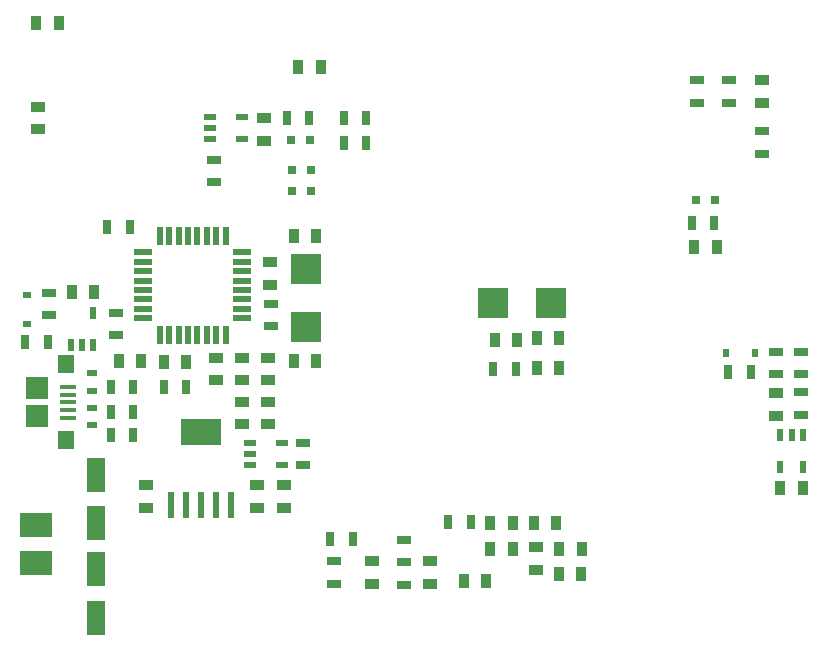
<source format=gtp>
G04*
G04 #@! TF.GenerationSoftware,Altium Limited,Altium Designer,25.1.2 (22)*
G04*
G04 Layer_Color=8421504*
%FSLAX44Y44*%
%MOMM*%
G71*
G04*
G04 #@! TF.SameCoordinates,5E672C01-8995-41B4-AFFF-24039E6A3FFE*
G04*
G04*
G04 #@! TF.FilePolarity,Positive*
G04*
G01*
G75*
%ADD13R,0.5500X1.0000*%
%ADD14R,1.3500X0.4000*%
%ADD15R,1.4000X1.6000*%
%ADD16R,1.9000X1.9000*%
%ADD17R,3.5000X2.2000*%
%ADD18R,0.6000X2.2000*%
%ADD19R,1.3000X0.7000*%
%ADD20R,0.7000X1.3000*%
%ADD21R,0.9000X0.6000*%
%ADD22R,0.6858X0.5588*%
%ADD23R,0.5588X0.6858*%
%ADD24R,1.3000X0.9000*%
%ADD25R,1.0000X0.5500*%
%ADD26R,0.5500X1.5000*%
%ADD27R,0.8000X0.8000*%
%ADD28R,0.9000X1.3000*%
%ADD29R,1.5000X0.5500*%
%ADD30R,1.6000X3.0000*%
%ADD31R,2.5000X2.6000*%
%ADD32R,2.6000X2.5000*%
%ADD33R,2.7000X2.0000*%
D13*
X50500Y249500D02*
D03*
X60000D02*
D03*
X69500Y276500D02*
D03*
Y249500D02*
D03*
X651500Y173500D02*
D03*
Y146500D02*
D03*
X661000Y173500D02*
D03*
X670500D02*
D03*
Y146500D02*
D03*
D14*
X48745Y214000D02*
D03*
Y207500D02*
D03*
Y201000D02*
D03*
Y188000D02*
D03*
Y194500D02*
D03*
D15*
X46495Y169000D02*
D03*
Y233000D02*
D03*
D16*
X21995Y189000D02*
D03*
Y213000D02*
D03*
D17*
X161000Y176000D02*
D03*
D18*
Y114000D02*
D03*
X148300D02*
D03*
X135600D02*
D03*
X186400D02*
D03*
X173700D02*
D03*
D19*
X172000Y406500D02*
D03*
Y387500D02*
D03*
X89000Y276500D02*
D03*
Y257500D02*
D03*
X220000Y284500D02*
D03*
Y265500D02*
D03*
X608000Y454500D02*
D03*
Y473500D02*
D03*
X581000D02*
D03*
Y454500D02*
D03*
X636000Y411500D02*
D03*
Y430500D02*
D03*
X669000Y190500D02*
D03*
Y209500D02*
D03*
X32250Y293500D02*
D03*
Y274500D02*
D03*
X669000Y243500D02*
D03*
Y224500D02*
D03*
X274000Y47500D02*
D03*
Y66500D02*
D03*
X247000Y147500D02*
D03*
Y166500D02*
D03*
X648000Y243500D02*
D03*
Y224500D02*
D03*
X333000Y65500D02*
D03*
Y84500D02*
D03*
Y65500D02*
D03*
Y46500D02*
D03*
D20*
X301000Y441750D02*
D03*
X282000D02*
D03*
X281750Y420500D02*
D03*
X300750D02*
D03*
X81500Y349000D02*
D03*
X100500D02*
D03*
X84500Y214000D02*
D03*
X103500D02*
D03*
Y193000D02*
D03*
X84500D02*
D03*
Y173000D02*
D03*
X103500D02*
D03*
X370500Y99750D02*
D03*
X389500D02*
D03*
X607500Y227000D02*
D03*
X626500D02*
D03*
X252500Y442000D02*
D03*
X233500D02*
D03*
X427500Y229000D02*
D03*
X408500D02*
D03*
X595500Y353000D02*
D03*
X576500D02*
D03*
X31250Y252250D02*
D03*
X12250D02*
D03*
X270500Y85000D02*
D03*
X289500D02*
D03*
X129500Y214000D02*
D03*
X148500D02*
D03*
D21*
X69000Y225500D02*
D03*
Y210500D02*
D03*
Y196500D02*
D03*
Y181500D02*
D03*
D22*
X13500Y267558D02*
D03*
Y291942D02*
D03*
D23*
X605808Y243000D02*
D03*
X630192D02*
D03*
D24*
X306000Y47500D02*
D03*
Y66500D02*
D03*
X231000Y111500D02*
D03*
X636000Y473500D02*
D03*
X219000Y319500D02*
D03*
X218000Y238500D02*
D03*
Y201500D02*
D03*
X648000Y189500D02*
D03*
X231000Y130500D02*
D03*
X355000Y66500D02*
D03*
X214000Y422500D02*
D03*
X22750Y451250D02*
D03*
X196000Y219500D02*
D03*
X174000D02*
D03*
X208000Y130500D02*
D03*
X114000D02*
D03*
X648000Y208500D02*
D03*
X636000Y454500D02*
D03*
X174000Y238500D02*
D03*
X114000Y111500D02*
D03*
X444500Y59250D02*
D03*
X214000Y441500D02*
D03*
X22750Y432250D02*
D03*
X218000Y182500D02*
D03*
X196000Y182500D02*
D03*
X444500Y78250D02*
D03*
X219000Y300500D02*
D03*
X218000Y219500D02*
D03*
X196000Y238500D02*
D03*
Y201500D02*
D03*
X208000Y111500D02*
D03*
X355000Y47500D02*
D03*
D25*
X202500Y157000D02*
D03*
Y166500D02*
D03*
X168500Y433000D02*
D03*
Y442500D02*
D03*
X229500Y147500D02*
D03*
X195500Y423500D02*
D03*
X168500D02*
D03*
X202500Y147500D02*
D03*
X195500Y442500D02*
D03*
X229500Y166500D02*
D03*
D26*
X158000Y258000D02*
D03*
X166000D02*
D03*
X150000D02*
D03*
Y342000D02*
D03*
X182000D02*
D03*
X166000D02*
D03*
X134000D02*
D03*
X174000D02*
D03*
X126000D02*
D03*
X174000Y258000D02*
D03*
X182000D02*
D03*
X142000D02*
D03*
X134000D02*
D03*
X126000D02*
D03*
X142000Y342000D02*
D03*
X158000D02*
D03*
D27*
X254000Y380000D02*
D03*
Y398000D02*
D03*
X253000Y423000D02*
D03*
X237000D02*
D03*
X596000Y372000D02*
D03*
X580000D02*
D03*
X238000Y398000D02*
D03*
Y380000D02*
D03*
D28*
X597500Y332000D02*
D03*
X464500Y255500D02*
D03*
X445500Y230000D02*
D03*
X409500Y254000D02*
D03*
X262500Y485000D02*
D03*
X258500Y342000D02*
D03*
Y236000D02*
D03*
X670500Y128000D02*
D03*
X464250Y77000D02*
D03*
X461750Y98500D02*
D03*
X405750Y99000D02*
D03*
Y77000D02*
D03*
X402500Y50000D02*
D03*
X148500Y235000D02*
D03*
X110500Y236000D02*
D03*
X70500Y294000D02*
D03*
X40500Y522000D02*
D03*
X428500Y254000D02*
D03*
X445500Y255500D02*
D03*
X91500Y236000D02*
D03*
X239500Y342000D02*
D03*
Y236000D02*
D03*
X243500Y485000D02*
D03*
X442750Y98500D02*
D03*
X383500Y50000D02*
D03*
X578500Y332000D02*
D03*
X651500Y128000D02*
D03*
X464000Y55500D02*
D03*
X21500Y522000D02*
D03*
X51500Y294000D02*
D03*
X483250Y77000D02*
D03*
X483000Y55500D02*
D03*
X464500Y230000D02*
D03*
X424750Y77000D02*
D03*
Y99000D02*
D03*
X129500Y235000D02*
D03*
D29*
X196000Y288000D02*
D03*
Y328000D02*
D03*
X112000Y272000D02*
D03*
Y296000D02*
D03*
Y304000D02*
D03*
Y312000D02*
D03*
Y320000D02*
D03*
Y328000D02*
D03*
X196000Y280000D02*
D03*
Y272000D02*
D03*
Y296000D02*
D03*
X112000Y280000D02*
D03*
Y288000D02*
D03*
X196000Y320000D02*
D03*
Y312000D02*
D03*
Y304000D02*
D03*
D30*
X72000Y139500D02*
D03*
Y59500D02*
D03*
Y18500D02*
D03*
Y98500D02*
D03*
D31*
X408500Y285000D02*
D03*
X457500D02*
D03*
D32*
X250000Y313500D02*
D03*
Y264500D02*
D03*
D33*
X21000Y65000D02*
D03*
Y97000D02*
D03*
M02*

</source>
